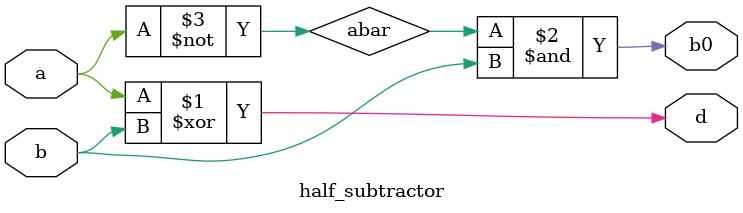
<source format=v>
module half_subtractor(a,b,d,b0);
  input a,b;
  output d,b0;
  wire abar;
  xor (d,a,b);
  not (abar,a);
  and (b0,abar,b);
  endmodule

</source>
